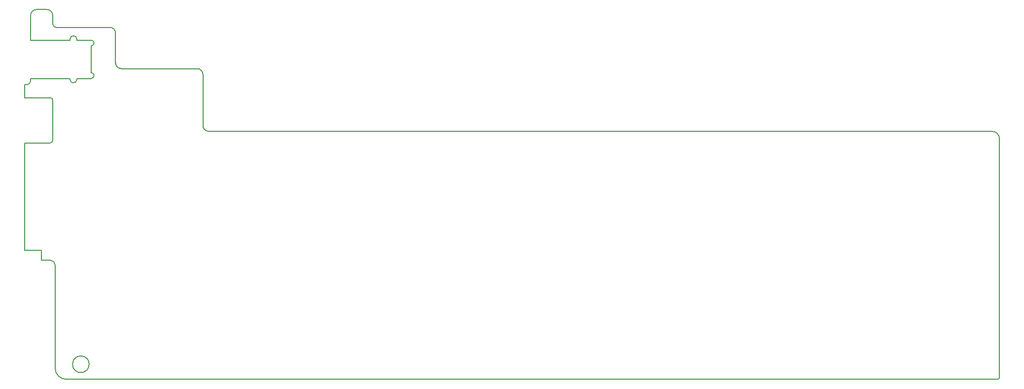
<source format=gko>
G04*
G04 #@! TF.GenerationSoftware,Altium Limited,Altium Designer,20.0.13 (296)*
G04*
G04 Layer_Color=16711935*
%FSLAX24Y24*%
%MOIN*%
G70*
G01*
G75*
%ADD13C,0.0050*%
%ADD288C,0.0050*%
D13*
X89375Y90088D02*
G03*
X89375Y90088I-561J0D01*
G01*
X87069Y96823D02*
G03*
X86755Y97137I-314J0D01*
G01*
X150926Y105373D02*
G03*
X150426Y105873I-500J0D01*
G01*
X150776Y89062D02*
G03*
X150926Y89212I0J150D01*
G01*
X86723Y105086D02*
G03*
X86920Y105282I0J197D01*
G01*
Y107960D02*
G03*
X86723Y108156I-197J0D01*
G01*
X85179Y109050D02*
G03*
X85416Y109286I0J236D01*
G01*
X88073Y109397D02*
G03*
X88546Y109397I236J0D01*
G01*
X89510Y109456D02*
G03*
X89510Y109849I0J197D01*
G01*
Y111660D02*
G03*
X89510Y112054I0J197D01*
G01*
X88546Y112113D02*
G03*
X88073Y112113I-236J0D01*
G01*
X85809Y114129D02*
G03*
X85416Y113735I0J-394D01*
G01*
X86912D02*
G03*
X86518Y114129I-394J0D01*
G01*
X86912Y113156D02*
G03*
X87148Y112920I236J0D01*
G01*
X91164Y112526D02*
G03*
X90770Y112920I-394J0D01*
G01*
X91164Y110518D02*
G03*
X91557Y110125I394J0D01*
G01*
X97069Y109731D02*
G03*
X96676Y110125I-394J0D01*
G01*
X97069Y106267D02*
G03*
X97463Y105873I394J0D01*
G01*
X87069Y89849D02*
G03*
X87857Y89062I787J0D01*
G01*
X88546Y112054D02*
Y112113D01*
X88073Y112054D02*
Y112113D01*
X88546Y109397D02*
Y109456D01*
X88073Y109397D02*
Y109456D01*
X85416Y109298D02*
Y109456D01*
X87069Y90834D02*
Y96823D01*
X144233Y105873D02*
X150426D01*
X150926Y96818D02*
Y105373D01*
X86920Y105282D02*
Y107960D01*
X85022Y108156D02*
X86723D01*
X85022D02*
Y109050D01*
X85179D01*
X85416Y109456D02*
X88073D01*
X88546D02*
X89510D01*
Y109849D02*
Y111660D01*
X88546Y112054D02*
X89510D01*
X85416D02*
X88073D01*
X85809Y114129D02*
X86518D01*
X87148Y112920D02*
X90770D01*
X91164Y110518D02*
Y112526D01*
X91557Y110125D02*
X96676D01*
X97069Y106267D02*
Y109731D01*
X97463Y105873D02*
X144233D01*
X150926Y89212D02*
Y96818D01*
X87857Y89062D02*
X150776D01*
X87069Y89849D02*
Y90834D01*
X86164Y97137D02*
X86755D01*
X86164D02*
Y97806D01*
X85022D02*
Y103727D01*
Y105086D01*
X86723D01*
X85022Y97806D02*
X85413D01*
X86164D01*
X85416Y112054D02*
Y113735D01*
X86912Y113156D02*
Y113735D01*
D288*
X85652Y97834D02*
D03*
M02*

</source>
